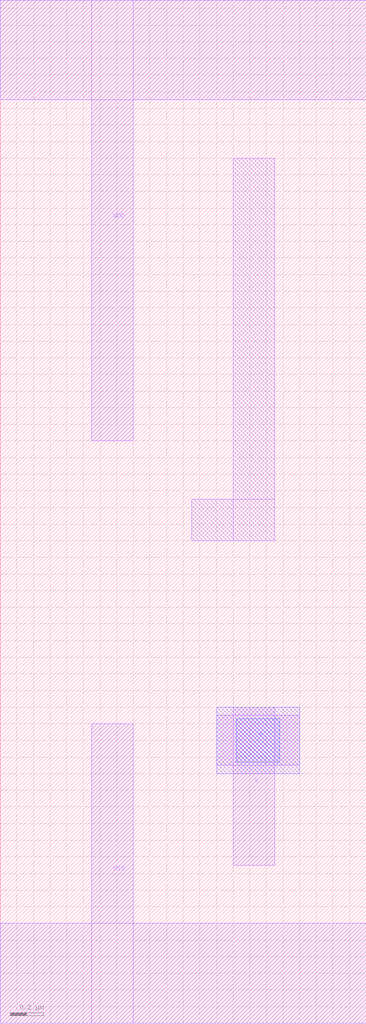
<source format=lef>
# Copyright 2022 Google LLC
# Licensed under the Apache License, Version 2.0 (the "License");
# you may not use this file except in compliance with the License.
# You may obtain a copy of the License at
#
#      http://www.apache.org/licenses/LICENSE-2.0
#
# Unless required by applicable law or agreed to in writing, software
# distributed under the License is distributed on an "AS IS" BASIS,
# WITHOUT WARRANTIES OR CONDITIONS OF ANY KIND, either express or implied.
# See the License for the specific language governing permissions and
# limitations under the License.
VERSION 5.7 ;
BUSBITCHARS "[]" ;
DIVIDERCHAR "/" ;

MACRO gf180mcu_osu_sc_gp9t3v3__tielo
  CLASS CORE ;
  ORIGIN 0 0 ;
  FOREIGN gf180mcu_osu_sc_gp9t3v3__tielo 0 0 ;
  SIZE 2.2 BY 6.15 ;
  SYMMETRY X Y ;
  SITE GF180_3p3_12t ;
  PIN VDD
    DIRECTION INOUT ;
    USE POWER ;
    SHAPE ABUTMENT ;
    PORT
      LAYER MET1 ;
        RECT 0 5.55 2.2 6.15 ;
        RECT 0.55 3.5 0.8 6.15 ;
    END
  END VDD
  PIN VSS
    DIRECTION INOUT ;
    USE GROUND ;
    PORT
      LAYER MET1 ;
        RECT 0 0 2.2 0.6 ;
        RECT 0.55 0 0.8 1.8 ;
    END
  END VSS
  PIN Y
    DIRECTION OUTPUT ;
    USE SIGNAL ;
    PORT
      LAYER MET1 ;
        RECT 1.3 1.55 1.8 1.85 ;
        RECT 1.4 0.95 1.65 1.9 ;
      LAYER MET2 ;
        RECT 1.3 1.5 1.8 1.9 ;
      LAYER VIA12 ;
        RECT 1.42 1.57 1.68 1.83 ;
    END
  END Y
  OBS
    LAYER MET1 ;
      RECT 1.4 2.9 1.65 5.2 ;
      RECT 1.15 2.9 1.65 3.15 ;
  END
END gf180mcu_osu_sc_gp9t3v3__tielo

</source>
